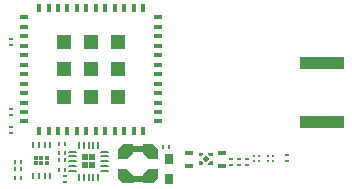
<source format=gbr>
G04 EAGLE Gerber RS-274X export*
G75*
%MOMM*%
%FSLAX34Y34*%
%LPD*%
%INSolderpaste Top*%
%IPPOS*%
%AMOC8*
5,1,8,0,0,1.08239X$1,22.5*%
G01*
%ADD10R,0.300000X0.200000*%
%ADD11R,0.700000X0.400000*%
%ADD12R,0.400000X0.700000*%
%ADD13R,1.280000X1.280000*%
%ADD14R,0.256000X0.566000*%
%ADD15R,0.325000X0.325000*%
%ADD16R,0.224000X0.374000*%
%ADD17R,0.374000X0.224000*%
%ADD18C,0.144000*%
%ADD19R,0.508000X0.482600*%
%ADD20R,2.390000X0.600000*%
%ADD21R,0.200000X0.300000*%
%ADD22R,0.800000X0.900000*%
%ADD23R,3.720000X1.120000*%
%ADD24C,0.200000*%
%ADD25R,0.800000X0.400000*%
%ADD26R,0.192000X0.192000*%
%ADD27R,0.416000X0.416000*%

G36*
X118550Y4981D02*
X118550Y4981D01*
X118601Y4983D01*
X118633Y5001D01*
X118669Y5009D01*
X118708Y5042D01*
X118753Y5066D01*
X118774Y5096D01*
X118802Y5119D01*
X118823Y5166D01*
X118853Y5208D01*
X118861Y5250D01*
X118873Y5278D01*
X118872Y5308D01*
X118880Y5350D01*
X118880Y10850D01*
X118863Y10924D01*
X118850Y10999D01*
X118843Y11009D01*
X118841Y11019D01*
X118817Y11048D01*
X118769Y11119D01*
X112769Y17119D01*
X112704Y17159D01*
X112642Y17203D01*
X112630Y17205D01*
X112622Y17210D01*
X112585Y17214D01*
X112500Y17230D01*
X105500Y17230D01*
X105450Y17219D01*
X105399Y17217D01*
X105367Y17199D01*
X105331Y17191D01*
X105292Y17158D01*
X105247Y17134D01*
X105226Y17104D01*
X105198Y17081D01*
X105177Y17034D01*
X105147Y16992D01*
X105139Y16950D01*
X105127Y16922D01*
X105128Y16892D01*
X105120Y16850D01*
X105120Y9350D01*
X105137Y9276D01*
X105150Y9201D01*
X105157Y9191D01*
X105159Y9181D01*
X105183Y9152D01*
X105231Y9081D01*
X109231Y5081D01*
X109296Y5041D01*
X109358Y4997D01*
X109370Y4995D01*
X109378Y4990D01*
X109415Y4986D01*
X109500Y4970D01*
X118500Y4970D01*
X118550Y4981D01*
G37*
G36*
X112574Y25987D02*
X112574Y25987D01*
X112649Y26000D01*
X112659Y26007D01*
X112669Y26009D01*
X112698Y26033D01*
X112769Y26081D01*
X117769Y31081D01*
X117809Y31146D01*
X117853Y31208D01*
X117855Y31220D01*
X117860Y31228D01*
X117864Y31265D01*
X117880Y31350D01*
X117880Y37850D01*
X117869Y37900D01*
X117867Y37951D01*
X117849Y37983D01*
X117841Y38019D01*
X117808Y38058D01*
X117784Y38103D01*
X117754Y38124D01*
X117731Y38152D01*
X117684Y38173D01*
X117642Y38203D01*
X117600Y38211D01*
X117572Y38223D01*
X117542Y38222D01*
X117500Y38230D01*
X109500Y38230D01*
X109426Y38213D01*
X109351Y38200D01*
X109341Y38193D01*
X109331Y38191D01*
X109302Y38167D01*
X109231Y38119D01*
X105231Y34119D01*
X105191Y34054D01*
X105147Y33992D01*
X105145Y33980D01*
X105140Y33972D01*
X105136Y33935D01*
X105120Y33850D01*
X105120Y26350D01*
X105131Y26300D01*
X105133Y26249D01*
X105151Y26217D01*
X105159Y26181D01*
X105192Y26142D01*
X105216Y26097D01*
X105246Y26076D01*
X105269Y26048D01*
X105316Y26027D01*
X105358Y25997D01*
X105400Y25989D01*
X105428Y25977D01*
X105458Y25978D01*
X105500Y25970D01*
X112500Y25970D01*
X112574Y25987D01*
G37*
G36*
X138550Y25981D02*
X138550Y25981D01*
X138601Y25983D01*
X138633Y26001D01*
X138669Y26009D01*
X138708Y26042D01*
X138753Y26066D01*
X138774Y26096D01*
X138802Y26119D01*
X138823Y26166D01*
X138853Y26208D01*
X138861Y26250D01*
X138873Y26278D01*
X138872Y26308D01*
X138880Y26350D01*
X138880Y33850D01*
X138863Y33924D01*
X138850Y33999D01*
X138843Y34009D01*
X138841Y34019D01*
X138817Y34048D01*
X138769Y34119D01*
X134769Y38119D01*
X134704Y38159D01*
X134642Y38203D01*
X134630Y38205D01*
X134622Y38210D01*
X134585Y38214D01*
X134500Y38230D01*
X126500Y38230D01*
X126450Y38219D01*
X126399Y38217D01*
X126367Y38199D01*
X126331Y38191D01*
X126292Y38158D01*
X126247Y38134D01*
X126226Y38104D01*
X126198Y38081D01*
X126177Y38034D01*
X126147Y37992D01*
X126139Y37950D01*
X126127Y37922D01*
X126128Y37892D01*
X126120Y37850D01*
X126120Y31350D01*
X126137Y31276D01*
X126150Y31201D01*
X126157Y31191D01*
X126159Y31181D01*
X126183Y31152D01*
X126231Y31081D01*
X131231Y26081D01*
X131296Y26041D01*
X131358Y25997D01*
X131370Y25995D01*
X131378Y25990D01*
X131415Y25986D01*
X131500Y25970D01*
X138500Y25970D01*
X138550Y25981D01*
G37*
G36*
X134574Y4987D02*
X134574Y4987D01*
X134649Y5000D01*
X134659Y5007D01*
X134669Y5009D01*
X134698Y5033D01*
X134769Y5081D01*
X138769Y9081D01*
X138809Y9146D01*
X138853Y9208D01*
X138855Y9220D01*
X138860Y9228D01*
X138864Y9265D01*
X138880Y9350D01*
X138880Y16850D01*
X138869Y16900D01*
X138867Y16951D01*
X138849Y16983D01*
X138841Y17019D01*
X138808Y17058D01*
X138784Y17103D01*
X138754Y17124D01*
X138731Y17152D01*
X138684Y17173D01*
X138642Y17203D01*
X138600Y17211D01*
X138572Y17223D01*
X138542Y17222D01*
X138500Y17230D01*
X131500Y17230D01*
X131426Y17213D01*
X131351Y17200D01*
X131341Y17193D01*
X131331Y17191D01*
X131302Y17167D01*
X131231Y17119D01*
X126731Y12619D01*
X126691Y12554D01*
X126647Y12492D01*
X126645Y12480D01*
X126640Y12472D01*
X126636Y12435D01*
X126620Y12350D01*
X126620Y5350D01*
X126631Y5300D01*
X126633Y5249D01*
X126651Y5217D01*
X126659Y5181D01*
X126692Y5142D01*
X126716Y5097D01*
X126746Y5076D01*
X126769Y5048D01*
X126816Y5027D01*
X126858Y4997D01*
X126900Y4989D01*
X126928Y4977D01*
X126958Y4978D01*
X127000Y4970D01*
X134500Y4970D01*
X134574Y4987D01*
G37*
G36*
X185505Y28399D02*
X185505Y28399D01*
X185505Y28400D01*
X185505Y31000D01*
X185501Y31005D01*
X185500Y31005D01*
X181600Y31005D01*
X181595Y31001D01*
X181595Y31000D01*
X181595Y29900D01*
X181597Y29898D01*
X181596Y29896D01*
X183096Y28396D01*
X183099Y28396D01*
X183100Y28395D01*
X185500Y28395D01*
X185505Y28399D01*
G37*
G36*
X175902Y28397D02*
X175902Y28397D01*
X175904Y28396D01*
X177404Y29896D01*
X177404Y29899D01*
X177405Y29900D01*
X177405Y31000D01*
X177401Y31005D01*
X177400Y31005D01*
X173500Y31005D01*
X173495Y31001D01*
X173495Y31000D01*
X173495Y28400D01*
X173499Y28395D01*
X173500Y28395D01*
X175900Y28395D01*
X175902Y28397D01*
G37*
G36*
X185505Y20999D02*
X185505Y20999D01*
X185505Y21000D01*
X185505Y23600D01*
X185501Y23605D01*
X185500Y23605D01*
X183100Y23605D01*
X183098Y23603D01*
X183096Y23604D01*
X181596Y22104D01*
X181596Y22101D01*
X181595Y22100D01*
X181595Y21000D01*
X181599Y20995D01*
X181600Y20995D01*
X185500Y20995D01*
X185505Y20999D01*
G37*
G36*
X177405Y20999D02*
X177405Y20999D01*
X177405Y21000D01*
X177405Y22100D01*
X177403Y22102D01*
X177404Y22104D01*
X175904Y23604D01*
X175901Y23604D01*
X175900Y23605D01*
X173500Y23605D01*
X173495Y23601D01*
X173495Y23600D01*
X173495Y21000D01*
X173499Y20995D01*
X173500Y20995D01*
X177400Y20995D01*
X177405Y20999D01*
G37*
D10*
X14974Y127050D03*
X14974Y122050D03*
D11*
X25867Y145500D03*
X25867Y137500D03*
X25867Y129500D03*
X25867Y121500D03*
X25867Y113500D03*
X25867Y105500D03*
X25867Y97500D03*
X25867Y89500D03*
X25867Y81500D03*
X25867Y73500D03*
X25867Y65500D03*
X25867Y57500D03*
D12*
X38367Y49500D03*
X46367Y49500D03*
X54367Y49500D03*
X62367Y49500D03*
X70367Y49500D03*
X78367Y49500D03*
X86367Y49500D03*
X94367Y49500D03*
X102367Y49500D03*
X110367Y49500D03*
X118367Y49500D03*
X126367Y49500D03*
D11*
X138867Y57500D03*
X138867Y65500D03*
X138867Y73500D03*
X138867Y81500D03*
X138867Y89500D03*
X138867Y97500D03*
X138867Y105500D03*
X138867Y113500D03*
X138867Y121500D03*
X138867Y129500D03*
X138867Y137500D03*
X138867Y145500D03*
D12*
X126367Y153500D03*
X118367Y153500D03*
X110367Y153500D03*
X102367Y153500D03*
X94367Y153500D03*
X86367Y153500D03*
X78367Y153500D03*
X70367Y153500D03*
X62367Y153500D03*
X54367Y153500D03*
X46367Y153500D03*
X38367Y153500D03*
D13*
X59367Y124500D03*
X82367Y124500D03*
X105367Y124500D03*
X59367Y101500D03*
X82367Y101500D03*
X105367Y101500D03*
X59367Y78500D03*
X82367Y78500D03*
X105367Y78500D03*
D14*
X47980Y37626D03*
X42980Y37626D03*
X37980Y37626D03*
X32980Y37626D03*
X32980Y11026D03*
X37980Y11026D03*
X42980Y11026D03*
X47980Y11026D03*
D15*
X45355Y22201D03*
X45355Y26451D03*
X35355Y26451D03*
X35355Y22201D03*
X40355Y26451D03*
X40355Y22201D03*
D16*
X23050Y10000D03*
X17950Y10000D03*
X23050Y17000D03*
X17950Y17000D03*
D10*
X14550Y53100D03*
X14550Y48100D03*
D17*
X14250Y63000D03*
X14250Y68100D03*
D10*
X201250Y25950D03*
X201250Y20950D03*
D17*
X207800Y20900D03*
X207800Y26000D03*
X214450Y26000D03*
X214450Y20900D03*
D18*
X69300Y31900D02*
X64100Y31900D01*
X64100Y27900D02*
X69300Y27900D01*
X69300Y23900D02*
X64100Y23900D01*
X64100Y19900D02*
X69300Y19900D01*
X69300Y15900D02*
X64100Y15900D01*
X72200Y13000D02*
X72200Y7800D01*
X76200Y7800D02*
X76200Y13000D01*
X80200Y13000D02*
X80200Y7800D01*
X84200Y7800D02*
X84200Y13000D01*
X88200Y13000D02*
X88200Y7800D01*
X91100Y15900D02*
X96300Y15900D01*
X96300Y19900D02*
X91100Y19900D01*
X91100Y23900D02*
X96300Y23900D01*
X96300Y27900D02*
X91100Y27900D01*
X91100Y31900D02*
X96300Y31900D01*
X88200Y34800D02*
X88200Y40000D01*
X84200Y40000D02*
X84200Y34800D01*
X80200Y34800D02*
X80200Y40000D01*
X76200Y40000D02*
X76200Y34800D01*
X72200Y34800D02*
X72200Y40000D01*
D19*
X76898Y27329D03*
X83502Y27329D03*
X76898Y20471D03*
X83502Y20471D03*
D20*
X122000Y8850D03*
X122000Y34350D03*
D16*
X55450Y38500D03*
X60550Y38500D03*
X55450Y30500D03*
X60550Y30500D03*
X143350Y35900D03*
X148450Y35900D03*
D17*
X60500Y6450D03*
X60500Y11550D03*
D16*
X60550Y16400D03*
X55450Y16400D03*
D21*
X60500Y24600D03*
X55500Y24600D03*
D22*
X148000Y25600D03*
X148000Y8600D03*
D23*
X278000Y57000D03*
D21*
X23000Y23100D03*
X18000Y23100D03*
D24*
X232000Y28000D03*
X236000Y28000D03*
X236000Y24000D03*
X232000Y24000D03*
D10*
X248500Y29000D03*
X248500Y24000D03*
D23*
X278000Y107000D03*
D25*
X193500Y30500D03*
X193500Y19500D03*
X165500Y30500D03*
X165500Y19500D03*
D26*
X174700Y29700D03*
X174700Y22300D03*
X184300Y22300D03*
X184300Y29700D03*
D27*
G36*
X179500Y23059D02*
X176559Y26000D01*
X179500Y28941D01*
X182441Y26000D01*
X179500Y23059D01*
G37*
D24*
X220500Y24000D03*
X220500Y28000D03*
X224500Y28000D03*
X224500Y24000D03*
M02*

</source>
